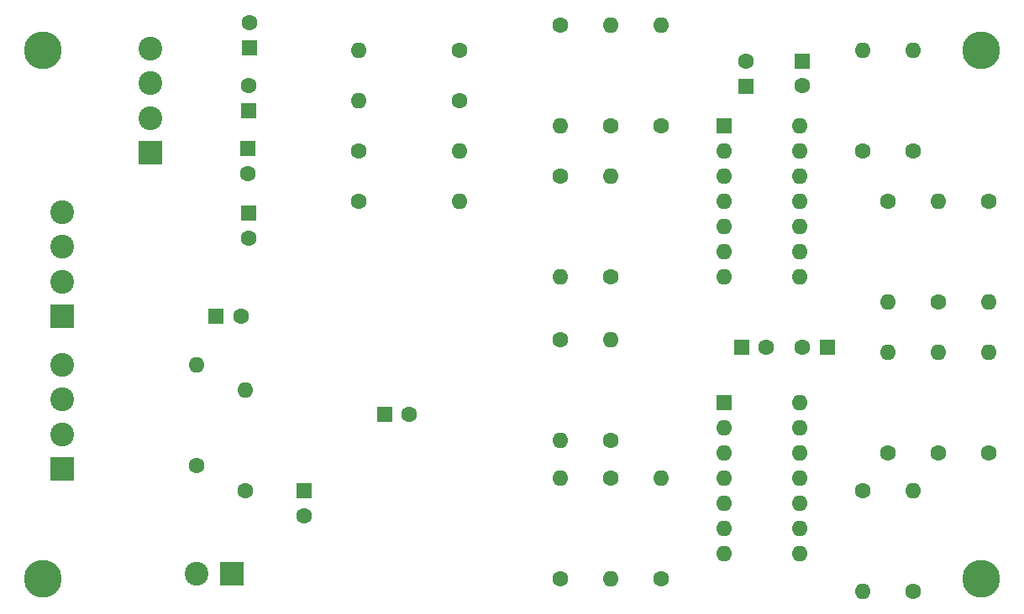
<source format=gbr>
%TF.GenerationSoftware,KiCad,Pcbnew,(6.0.2)*%
%TF.CreationDate,2022-03-03T16:36:36-08:00*%
%TF.ProjectId,PAMonitorV3,50414d6f-6e69-4746-9f72-56332e6b6963,rev?*%
%TF.SameCoordinates,Original*%
%TF.FileFunction,Soldermask,Bot*%
%TF.FilePolarity,Negative*%
%FSLAX46Y46*%
G04 Gerber Fmt 4.6, Leading zero omitted, Abs format (unit mm)*
G04 Created by KiCad (PCBNEW (6.0.2)) date 2022-03-03 16:36:36*
%MOMM*%
%LPD*%
G01*
G04 APERTURE LIST*
%ADD10R,1.600000X1.600000*%
%ADD11C,1.600000*%
%ADD12O,1.600000X1.600000*%
%ADD13C,3.800000*%
%ADD14R,2.400000X2.400000*%
%ADD15C,2.400000*%
G04 APERTURE END LIST*
D10*
%TO.C,C11*%
X89713631Y-120810000D03*
D11*
X92213631Y-120810000D03*
%TD*%
%TO.C,C10*%
X148844000Y-97560888D03*
D10*
X148844000Y-95060888D03*
%TD*%
%TO.C,C9*%
X143129000Y-97598113D03*
D11*
X143129000Y-95098113D03*
%TD*%
D10*
%TO.C,C8*%
X151319113Y-123952000D03*
D11*
X148819113Y-123952000D03*
%TD*%
D10*
%TO.C,C7*%
X142685888Y-123952000D03*
D11*
X145185888Y-123952000D03*
%TD*%
D10*
%TO.C,C6*%
X93050000Y-100046369D03*
D11*
X93050000Y-97546369D03*
%TD*%
D10*
%TO.C,C5*%
X93100000Y-93686369D03*
D11*
X93100000Y-91186369D03*
%TD*%
D10*
%TO.C,C4*%
X92960000Y-103873631D03*
D11*
X92960000Y-106373631D03*
%TD*%
D10*
%TO.C,C3*%
X93000000Y-110423631D03*
D11*
X93000000Y-112923631D03*
%TD*%
D10*
%TO.C,C2*%
X106713631Y-130750000D03*
D11*
X109213631Y-130750000D03*
%TD*%
D10*
%TO.C,C1*%
X98610000Y-138433631D03*
D11*
X98610000Y-140933631D03*
%TD*%
%TO.C,R8*%
X124460000Y-147320000D03*
D12*
X124460000Y-137160000D03*
%TD*%
D11*
%TO.C,R24*%
X167640000Y-109220000D03*
D12*
X167640000Y-119380000D03*
%TD*%
D11*
%TO.C,R4*%
X124460000Y-123190000D03*
D12*
X124460000Y-133350000D03*
%TD*%
D11*
%TO.C,R14*%
X134620000Y-101600000D03*
D12*
X134620000Y-91440000D03*
%TD*%
D11*
%TO.C,R6*%
X157480000Y-134620000D03*
D12*
X157480000Y-124460000D03*
%TD*%
D13*
%TO.C,H2*%
X166814000Y-93980000D03*
%TD*%
D11*
%TO.C,R11*%
X154940000Y-104140000D03*
D12*
X154940000Y-93980000D03*
%TD*%
D10*
%TO.C,U1*%
X140980000Y-129535000D03*
D12*
X140980000Y-132075000D03*
X140980000Y-134615000D03*
X140980000Y-137155000D03*
X140980000Y-139695000D03*
X140980000Y-142235000D03*
X140980000Y-144775000D03*
X148600000Y-144775000D03*
X148600000Y-142235000D03*
X148600000Y-139695000D03*
X148600000Y-137155000D03*
X148600000Y-134615000D03*
X148600000Y-132075000D03*
X148600000Y-129535000D03*
%TD*%
D13*
%TO.C,H3*%
X72313800Y-147320000D03*
%TD*%
D14*
%TO.C,J1*%
X74230000Y-120820000D03*
D15*
X74230000Y-117320000D03*
X74230000Y-113820000D03*
X74230000Y-110320000D03*
%TD*%
D11*
%TO.C,R16*%
X124460000Y-106680000D03*
D12*
X124460000Y-116840000D03*
%TD*%
D11*
%TO.C,R23*%
X162560000Y-119380000D03*
D12*
X162560000Y-109220000D03*
%TD*%
D11*
%TO.C,R15*%
X157480000Y-109220000D03*
D12*
X157480000Y-119380000D03*
%TD*%
D11*
%TO.C,R10*%
X160020000Y-104140000D03*
D12*
X160020000Y-93980000D03*
%TD*%
D11*
%TO.C,R17*%
X129540000Y-101600000D03*
D12*
X129540000Y-91440000D03*
%TD*%
D11*
%TO.C,R1*%
X167640000Y-134620000D03*
D12*
X167640000Y-124460000D03*
%TD*%
D14*
%TO.C,J3*%
X83120000Y-104310000D03*
D15*
X83120000Y-100810000D03*
X83120000Y-97310000D03*
X83120000Y-93810000D03*
%TD*%
D11*
%TO.C,R12*%
X129540000Y-116840000D03*
D12*
X129540000Y-106680000D03*
%TD*%
D11*
%TO.C,R22*%
X104140000Y-104140000D03*
D12*
X114300000Y-104140000D03*
%TD*%
D11*
%TO.C,R5*%
X129540000Y-133350000D03*
D12*
X129540000Y-123190000D03*
%TD*%
D11*
%TO.C,R26*%
X154940000Y-138430000D03*
D12*
X154940000Y-148590000D03*
%TD*%
D10*
%TO.C,U2*%
X140980000Y-101595000D03*
D12*
X140980000Y-104135000D03*
X140980000Y-106675000D03*
X140980000Y-109215000D03*
X140980000Y-111755000D03*
X140980000Y-114295000D03*
X140980000Y-116835000D03*
X148600000Y-116835000D03*
X148600000Y-114295000D03*
X148600000Y-111755000D03*
X148600000Y-109215000D03*
X148600000Y-106675000D03*
X148600000Y-104135000D03*
X148600000Y-101595000D03*
%TD*%
D13*
%TO.C,H4*%
X166814000Y-147320000D03*
%TD*%
D11*
%TO.C,R3*%
X129540000Y-137160000D03*
D12*
X129540000Y-147320000D03*
%TD*%
D14*
%TO.C,J2*%
X74230000Y-136212400D03*
D15*
X74230000Y-132712400D03*
X74230000Y-129212400D03*
X74230000Y-125712400D03*
%TD*%
D14*
%TO.C,J4*%
X91300000Y-146800000D03*
D15*
X87800000Y-146800000D03*
%TD*%
D11*
%TO.C,R20*%
X87782400Y-135890000D03*
D12*
X87782400Y-125730000D03*
%TD*%
D11*
%TO.C,R7*%
X114300000Y-93980000D03*
D12*
X104140000Y-93980000D03*
%TD*%
D13*
%TO.C,H1*%
X72313800Y-93980000D03*
%TD*%
D11*
%TO.C,R25*%
X160020000Y-148590000D03*
D12*
X160020000Y-138430000D03*
%TD*%
D11*
%TO.C,R2*%
X162560000Y-134620000D03*
D12*
X162560000Y-124460000D03*
%TD*%
D11*
%TO.C,R21*%
X104140000Y-109220000D03*
D12*
X114300000Y-109220000D03*
%TD*%
D11*
%TO.C,R9*%
X134620000Y-147320000D03*
D12*
X134620000Y-137160000D03*
%TD*%
D11*
%TO.C,R13*%
X124460000Y-91440000D03*
D12*
X124460000Y-101600000D03*
%TD*%
D11*
%TO.C,R19*%
X92710000Y-138430000D03*
D12*
X92710000Y-128270000D03*
%TD*%
D11*
%TO.C,R18*%
X114300000Y-99060000D03*
D12*
X104140000Y-99060000D03*
%TD*%
M02*

</source>
